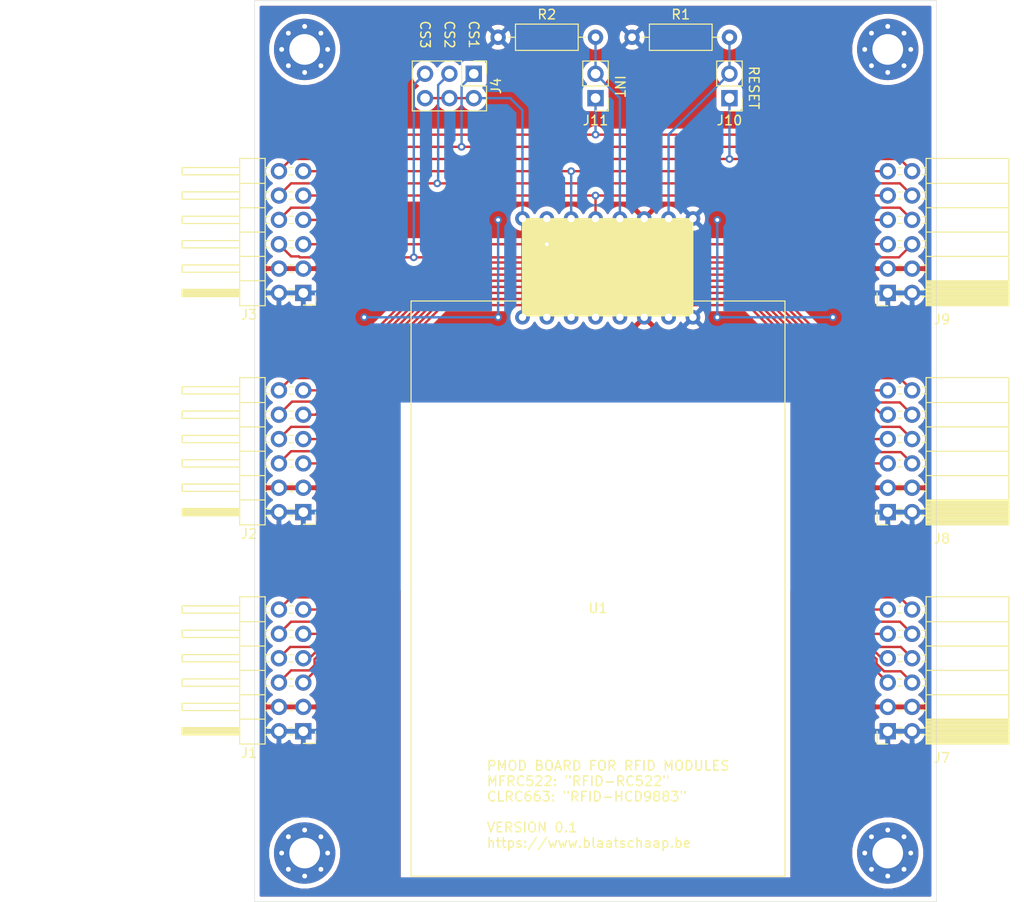
<source format=kicad_pcb>
(kicad_pcb (version 20171130) (host pcbnew 5.1.10)
  (layers (0 F.Cu signal) (31 B.Cu signal) (34 B.Paste user) (35 F.Paste user) (36 B.SilkS user) (37 F.SilkS user) (38 B.Mask user) (39 F.Mask user) (44 Edge.Cuts user))
  (net 0 "")
  (net 1 GND)
  (net 2 VCC)
  (net 3 PMOD_UART_INT)
  (net 4 PMOD_UART_CTS)
  (net 5 PMOD_UART_RESER)
  (net 6 PMOD_UART_TXD)
  (net 7 PMOD_UART_GPIO3)
  (net 8 PMOD_UART_RXD)
  (net 9 PMOD_UART_GPIO4)
  (net 10 PMOD_UART_RTS)
  (net 11 PMOD_SPI_INT)
  (net 12 PMOD_SPI_CS)
  (net 13 PMOD_SPI_RESET)
  (net 14 PMOD_SPI_MOSI)
  (net 15 PMOD_SPI_CS2)
  (net 16 PMOD_SPI_MISO)
  (net 17 PMOD_SPI_CS3)
  (net 18 PMOD_SPI_SCK)
  (net 19 PMOD_I2C_GPIO1)
  (net 20 PMOD_I2C_INT)
  (net 21 PMOD_I2C_GPIO2)
  (net 22 PMOD_I2C_RESET)
  (net 23 PMOD_I2C_GPIO3)
  (net 24 PMOD_I2C_SCL)
  (net 25 PMOD_I2C_GPIO4)
  (net 26 PMOD_I2C_SDA)
  (net 27 CS)
  (net 28 RESET)
  (net 29 INT)
  (module Resistor_THT:R_Axial_DIN0207_L6.3mm_D2.5mm_P10.16mm_Horizontal (layer F.Cu) (at 83.82 46.99)
    (fp_text reference R2 (at 5.08 -2.37) (layer F.SilkS))
    (fp_text value R_Small)
    (pad 2 thru_hole oval (at 10.16 0) (size 1.6 1.6) (drill 0.8) (layers *.Cu *.Mask) (net 29 INT))
    (pad 1 thru_hole circle (at 0 0) (size 1.6 1.6) (drill 0.8) (layers *.Cu *.Mask) (net 2 VCC))
  )
  (module Resistor_THT:R_Axial_DIN0207_L6.3mm_D2.5mm_P10.16mm_Horizontal (layer F.Cu) (at 97.79 46.99)
    (fp_text reference R1 (at 5.08 -2.37) (layer F.SilkS))
    (fp_text value R_Small)
    (pad 2 thru_hole oval (at 10.16 0) (size 1.6 1.6) (drill 0.8) (layers *.Cu *.Mask) (net 28 RESET))
    (pad 1 thru_hole circle (at 0 0) (size 1.6 1.6) (drill 0.8) (layers *.Cu *.Mask) (net 2 VCC))
  )
  (module AvS_Modules:MOD_RFID-RC522 (layer F.Cu) (at 94.24 104.5)
    (fp_text reference U1 (at 0 2.04) (layer F.SilkS))
    (fp_text value MOD_RFID-HCD9883)
    (pad "" np_thru_hole circle (at -13.9 23.5) (size 3.2 3.2) (drill 3.2) (layers *.Cu *.Mask))
    (pad "" np_thru_hole circle (at 13.9 23.5) (size 3.2 3.2) (drill 3.2) (layers *.Cu *.Mask))
    (pad "" np_thru_hole circle (at 12.5 -17.3) (size 3.2 3.2) (drill 3.2) (layers *.Cu *.Mask))
    (pad "" np_thru_hole circle (at -12.5 -17.3) (size 3.2 3.2) (drill 3.2) (layers *.Cu *.Mask))
    (pad 8 thru_hole circle (at -7.88 -38.6) (size 1.524 1.524) (drill 0.762) (layers *.Cu *.Mask) (net 27 CS))
    (pad 7 thru_hole circle (at -5.34 -38.6) (size 1.524 1.524) (drill 0.762) (layers *.Cu *.Mask) (net 18 PMOD_SPI_SCK))
    (pad 6 thru_hole circle (at -2.8 -38.6) (size 1.524 1.524) (drill 0.762) (layers *.Cu *.Mask) (net 14 PMOD_SPI_MOSI))
    (pad 5 thru_hole circle (at -0.26 -38.6) (size 1.524 1.524) (drill 0.762) (layers *.Cu *.Mask) (net 16 PMOD_SPI_MISO))
    (pad 4 thru_hole circle (at 2.28 -38.6) (size 1.524 1.524) (drill 0.762) (layers *.Cu *.Mask) (net 29 INT))
    (pad 3 thru_hole circle (at 4.82 -38.6) (size 1.524 1.524) (drill 0.762) (layers *.Cu *.Mask) (net 1 GND))
    (pad 2 thru_hole circle (at 7.36 -38.6) (size 1.524 1.524) (drill 0.762) (layers *.Cu *.Mask) (net 28 RESET))
    (pad 1 thru_hole circle (at 9.9 -38.6) (size 1.524 1.524) (drill 0.762) (layers *.Cu *.Mask) (net 2 VCC))
    (pad 8 thru_hole circle (at -7.88 -28.3) (size 1.524 1.524) (drill 0.762) (layers *.Cu *.Mask) (net 27 CS))
    (pad 7 thru_hole circle (at -5.34 -28.3) (size 1.524 1.524) (drill 0.762) (layers *.Cu *.Mask) (net 18 PMOD_SPI_SCK))
    (pad 6 thru_hole circle (at -2.8 -28.3) (size 1.524 1.524) (drill 0.762) (layers *.Cu *.Mask) (net 14 PMOD_SPI_MOSI))
    (pad 5 thru_hole circle (at -0.26 -28.3) (size 1.524 1.524) (drill 0.762) (layers *.Cu *.Mask) (net 16 PMOD_SPI_MISO))
    (pad 4 thru_hole circle (at 2.28 -28.3) (size 1.524 1.524) (drill 0.762) (layers *.Cu *.Mask) (net 29 INT))
    (pad 3 thru_hole circle (at 4.82 -28.3) (size 1.524 1.524) (drill 0.762) (layers *.Cu *.Mask) (net 1 GND))
    (pad 2 thru_hole circle (at 7.36 -28.3) (size 1.524 1.524) (drill 0.762) (layers *.Cu *.Mask) (net 28 RESET))
    (pad 1 thru_hole circle (at 9.9 -28.3) (size 1.524 1.524) (drill 0.762) (layers *.Cu *.Mask) (net 2 VCC))
  )
  (module Connector_PinHeader_2.54mm:PinHeader_2x06_P2.54mm_Horizontal (layer F.Cu) (at 63.5 119.38 180)
    (fp_text reference J1 (at 5.655 -2.27) (layer F.SilkS))
    (fp_text value Conn_02x06_Odd_Even)
    (pad 12 thru_hole oval (at 2.54 12.7 180) (size 1.7 1.7) (drill 1) (layers *.Cu *.Mask) (net 19 PMOD_I2C_GPIO1))
    (pad 11 thru_hole oval (at 0 12.7 180) (size 1.7 1.7) (drill 1) (layers *.Cu *.Mask) (net 20 PMOD_I2C_INT))
    (pad 10 thru_hole oval (at 2.54 10.16 180) (size 1.7 1.7) (drill 1) (layers *.Cu *.Mask) (net 21 PMOD_I2C_GPIO2))
    (pad 9 thru_hole oval (at 0 10.16 180) (size 1.7 1.7) (drill 1) (layers *.Cu *.Mask) (net 22 PMOD_I2C_RESET))
    (pad 8 thru_hole oval (at 2.54 7.62 180) (size 1.7 1.7) (drill 1) (layers *.Cu *.Mask) (net 23 PMOD_I2C_GPIO3))
    (pad 7 thru_hole oval (at 0 7.62 180) (size 1.7 1.7) (drill 1) (layers *.Cu *.Mask) (net 24 PMOD_I2C_SCL))
    (pad 6 thru_hole oval (at 2.54 5.08 180) (size 1.7 1.7) (drill 1) (layers *.Cu *.Mask) (net 25 PMOD_I2C_GPIO4))
    (pad 5 thru_hole oval (at 0 5.08 180) (size 1.7 1.7) (drill 1) (layers *.Cu *.Mask) (net 26 PMOD_I2C_SDA))
    (pad 4 thru_hole oval (at 2.54 2.54 180) (size 1.7 1.7) (drill 1) (layers *.Cu *.Mask) (net 1 GND))
    (pad 3 thru_hole oval (at 0 2.54 180) (size 1.7 1.7) (drill 1) (layers *.Cu *.Mask) (net 1 GND))
    (pad 2 thru_hole oval (at 2.54 0 180) (size 1.7 1.7) (drill 1) (layers *.Cu *.Mask) (net 2 VCC))
    (pad 1 thru_hole rect (at 0 0 180) (size 1.7 1.7) (drill 1) (layers *.Cu *.Mask) (net 2 VCC))
  )
  (module Connector_PinHeader_2.54mm:PinHeader_1x02_P2.54mm_Vertical (layer F.Cu) (at 93.98 53.34 180)
    (fp_text reference J11 (at 0 -2.33) (layer F.SilkS))
    (fp_text value Conn_02x01)
    (pad 2 thru_hole oval (at 0 2.54 180) (size 1.7 1.7) (drill 1) (layers *.Cu *.Mask) (net 29 INT))
    (pad 1 thru_hole rect (at 0 0 180) (size 1.7 1.7) (drill 1) (layers *.Cu *.Mask) (net 11 PMOD_SPI_INT))
  )
  (module Connector_PinHeader_2.54mm:PinHeader_1x02_P2.54mm_Vertical (layer F.Cu) (at 107.95 53.34 180)
    (fp_text reference J10 (at 0 -2.33) (layer F.SilkS))
    (fp_text value Conn_02x01)
    (pad 2 thru_hole oval (at 0 2.54 180) (size 1.7 1.7) (drill 1) (layers *.Cu *.Mask) (net 28 RESET))
    (pad 1 thru_hole rect (at 0 0 180) (size 1.7 1.7) (drill 1) (layers *.Cu *.Mask) (net 13 PMOD_SPI_RESET))
  )
  (module Connector_PinHeader_2.54mm:PinHeader_2x03_P2.54mm_Vertical (layer F.Cu) (at 81.28 50.8 270)
    (fp_text reference J4 (at 1.27 -2.33 90) (layer F.SilkS))
    (fp_text value Conn_02x03_Odd_Even)
    (pad 6 thru_hole oval (at 2.54 5.08 270) (size 1.7 1.7) (drill 1) (layers *.Cu *.Mask) (net 27 CS))
    (pad 5 thru_hole oval (at 0 5.08 270) (size 1.7 1.7) (drill 1) (layers *.Cu *.Mask) (net 17 PMOD_SPI_CS3))
    (pad 4 thru_hole oval (at 2.54 2.54 270) (size 1.7 1.7) (drill 1) (layers *.Cu *.Mask) (net 27 CS))
    (pad 3 thru_hole oval (at 0 2.54 270) (size 1.7 1.7) (drill 1) (layers *.Cu *.Mask) (net 15 PMOD_SPI_CS2))
    (pad 2 thru_hole oval (at 2.54 0 270) (size 1.7 1.7) (drill 1) (layers *.Cu *.Mask) (net 27 CS))
    (pad 1 thru_hole rect (at 0 0 270) (size 1.7 1.7) (drill 1) (layers *.Cu *.Mask) (net 12 PMOD_SPI_CS))
  )
  (module MountingHole:MountingHole_3.2mm_M3_Pad_Via (layer F.Cu) (at 124.46 132.08)
    (fp_text reference H4 hide)
    (fp_text value MountingHole)
    (pad 1 thru_hole circle (at 1.697056 -1.697056) (size 0.8 0.8) (drill 0.5) (layers *.Cu *.Mask))
    (pad 1 thru_hole circle (at 0 -2.4) (size 0.8 0.8) (drill 0.5) (layers *.Cu *.Mask))
    (pad 1 thru_hole circle (at -1.697056 -1.697056) (size 0.8 0.8) (drill 0.5) (layers *.Cu *.Mask))
    (pad 1 thru_hole circle (at -2.4 0) (size 0.8 0.8) (drill 0.5) (layers *.Cu *.Mask))
    (pad 1 thru_hole circle (at -1.697056 1.697056) (size 0.8 0.8) (drill 0.5) (layers *.Cu *.Mask))
    (pad 1 thru_hole circle (at 0 2.4) (size 0.8 0.8) (drill 0.5) (layers *.Cu *.Mask))
    (pad 1 thru_hole circle (at 1.697056 1.697056) (size 0.8 0.8) (drill 0.5) (layers *.Cu *.Mask))
    (pad 1 thru_hole circle (at 2.4 0) (size 0.8 0.8) (drill 0.5) (layers *.Cu *.Mask))
    (pad 1 thru_hole circle (at 0 0) (size 6.4 6.4) (drill 3.2) (layers *.Cu *.Mask))
  )
  (module MountingHole:MountingHole_3.2mm_M3_Pad_Via (layer F.Cu) (at 124.46 48.26)
    (fp_text reference H3 hide)
    (fp_text value MountingHole)
    (pad 1 thru_hole circle (at 1.697056 -1.697056) (size 0.8 0.8) (drill 0.5) (layers *.Cu *.Mask))
    (pad 1 thru_hole circle (at 0 -2.4) (size 0.8 0.8) (drill 0.5) (layers *.Cu *.Mask))
    (pad 1 thru_hole circle (at -1.697056 -1.697056) (size 0.8 0.8) (drill 0.5) (layers *.Cu *.Mask))
    (pad 1 thru_hole circle (at -2.4 0) (size 0.8 0.8) (drill 0.5) (layers *.Cu *.Mask))
    (pad 1 thru_hole circle (at -1.697056 1.697056) (size 0.8 0.8) (drill 0.5) (layers *.Cu *.Mask))
    (pad 1 thru_hole circle (at 0 2.4) (size 0.8 0.8) (drill 0.5) (layers *.Cu *.Mask))
    (pad 1 thru_hole circle (at 1.697056 1.697056) (size 0.8 0.8) (drill 0.5) (layers *.Cu *.Mask))
    (pad 1 thru_hole circle (at 2.4 0) (size 0.8 0.8) (drill 0.5) (layers *.Cu *.Mask))
    (pad 1 thru_hole circle (at 0 0) (size 6.4 6.4) (drill 3.2) (layers *.Cu *.Mask))
  )
  (module MountingHole:MountingHole_3.2mm_M3_Pad_Via (layer F.Cu) (at 63.64 132.08)
    (fp_text reference H2 hide)
    (fp_text value MountingHole)
    (pad 1 thru_hole circle (at 1.697056 -1.697056) (size 0.8 0.8) (drill 0.5) (layers *.Cu *.Mask))
    (pad 1 thru_hole circle (at 0 -2.4) (size 0.8 0.8) (drill 0.5) (layers *.Cu *.Mask))
    (pad 1 thru_hole circle (at -1.697056 -1.697056) (size 0.8 0.8) (drill 0.5) (layers *.Cu *.Mask))
    (pad 1 thru_hole circle (at -2.4 0) (size 0.8 0.8) (drill 0.5) (layers *.Cu *.Mask))
    (pad 1 thru_hole circle (at -1.697056 1.697056) (size 0.8 0.8) (drill 0.5) (layers *.Cu *.Mask))
    (pad 1 thru_hole circle (at 0 2.4) (size 0.8 0.8) (drill 0.5) (layers *.Cu *.Mask))
    (pad 1 thru_hole circle (at 1.697056 1.697056) (size 0.8 0.8) (drill 0.5) (layers *.Cu *.Mask))
    (pad 1 thru_hole circle (at 2.4 0) (size 0.8 0.8) (drill 0.5) (layers *.Cu *.Mask))
    (pad 1 thru_hole circle (at 0 0) (size 6.4 6.4) (drill 3.2) (layers *.Cu *.Mask))
  )
  (module MountingHole:MountingHole_3.2mm_M3_Pad_Via (layer F.Cu) (at 63.64 48.26)
    (fp_text reference H1 hide)
    (fp_text value MountingHole)
    (pad 1 thru_hole circle (at 1.697056 -1.697056) (size 0.8 0.8) (drill 0.5) (layers *.Cu *.Mask))
    (pad 1 thru_hole circle (at 0 -2.4) (size 0.8 0.8) (drill 0.5) (layers *.Cu *.Mask))
    (pad 1 thru_hole circle (at -1.697056 -1.697056) (size 0.8 0.8) (drill 0.5) (layers *.Cu *.Mask))
    (pad 1 thru_hole circle (at -2.4 0) (size 0.8 0.8) (drill 0.5) (layers *.Cu *.Mask))
    (pad 1 thru_hole circle (at -1.697056 1.697056) (size 0.8 0.8) (drill 0.5) (layers *.Cu *.Mask))
    (pad 1 thru_hole circle (at 0 2.4) (size 0.8 0.8) (drill 0.5) (layers *.Cu *.Mask))
    (pad 1 thru_hole circle (at 1.697056 1.697056) (size 0.8 0.8) (drill 0.5) (layers *.Cu *.Mask))
    (pad 1 thru_hole circle (at 2.4 0) (size 0.8 0.8) (drill 0.5) (layers *.Cu *.Mask))
    (pad 1 thru_hole circle (at 0 0) (size 6.4 6.4) (drill 3.2) (layers *.Cu *.Mask))
  )
  (module Connector_PinSocket_2.54mm:PinSocket_2x06_P2.54mm_Horizontal (layer F.Cu) (at 124.46 73.66 180)
    (fp_text reference J9 (at -5.65 -2.77) (layer F.SilkS))
    (fp_text value Conn_02x06_Odd_Even)
    (pad 12 thru_hole oval (at -2.54 12.7 180) (size 1.7 1.7) (drill 1) (layers *.Cu *.Mask) (net 11 PMOD_SPI_INT))
    (pad 11 thru_hole oval (at 0 12.7 180) (size 1.7 1.7) (drill 1) (layers *.Cu *.Mask) (net 12 PMOD_SPI_CS))
    (pad 10 thru_hole oval (at -2.54 10.16 180) (size 1.7 1.7) (drill 1) (layers *.Cu *.Mask) (net 13 PMOD_SPI_RESET))
    (pad 9 thru_hole oval (at 0 10.16 180) (size 1.7 1.7) (drill 1) (layers *.Cu *.Mask) (net 14 PMOD_SPI_MOSI))
    (pad 8 thru_hole oval (at -2.54 7.62 180) (size 1.7 1.7) (drill 1) (layers *.Cu *.Mask) (net 15 PMOD_SPI_CS2))
    (pad 7 thru_hole oval (at 0 7.62 180) (size 1.7 1.7) (drill 1) (layers *.Cu *.Mask) (net 16 PMOD_SPI_MISO))
    (pad 6 thru_hole oval (at -2.54 5.08 180) (size 1.7 1.7) (drill 1) (layers *.Cu *.Mask) (net 17 PMOD_SPI_CS3))
    (pad 5 thru_hole oval (at 0 5.08 180) (size 1.7 1.7) (drill 1) (layers *.Cu *.Mask) (net 18 PMOD_SPI_SCK))
    (pad 4 thru_hole oval (at -2.54 2.54 180) (size 1.7 1.7) (drill 1) (layers *.Cu *.Mask) (net 1 GND))
    (pad 3 thru_hole oval (at 0 2.54 180) (size 1.7 1.7) (drill 1) (layers *.Cu *.Mask) (net 1 GND))
    (pad 2 thru_hole oval (at -2.54 0 180) (size 1.7 1.7) (drill 1) (layers *.Cu *.Mask) (net 2 VCC))
    (pad 1 thru_hole rect (at 0 0 180) (size 1.7 1.7) (drill 1) (layers *.Cu *.Mask) (net 2 VCC))
  )
  (module Connector_PinSocket_2.54mm:PinSocket_2x06_P2.54mm_Horizontal (layer F.Cu) (at 124.46 96.52 180)
    (fp_text reference J8 (at -5.65 -2.77) (layer F.SilkS))
    (fp_text value Conn_02x06_Odd_Even)
    (pad 12 thru_hole oval (at -2.54 12.7 180) (size 1.7 1.7) (drill 1) (layers *.Cu *.Mask) (net 3 PMOD_UART_INT))
    (pad 11 thru_hole oval (at 0 12.7 180) (size 1.7 1.7) (drill 1) (layers *.Cu *.Mask) (net 4 PMOD_UART_CTS))
    (pad 10 thru_hole oval (at -2.54 10.16 180) (size 1.7 1.7) (drill 1) (layers *.Cu *.Mask) (net 5 PMOD_UART_RESER))
    (pad 9 thru_hole oval (at 0 10.16 180) (size 1.7 1.7) (drill 1) (layers *.Cu *.Mask) (net 6 PMOD_UART_TXD))
    (pad 8 thru_hole oval (at -2.54 7.62 180) (size 1.7 1.7) (drill 1) (layers *.Cu *.Mask) (net 7 PMOD_UART_GPIO3))
    (pad 7 thru_hole oval (at 0 7.62 180) (size 1.7 1.7) (drill 1) (layers *.Cu *.Mask) (net 8 PMOD_UART_RXD))
    (pad 6 thru_hole oval (at -2.54 5.08 180) (size 1.7 1.7) (drill 1) (layers *.Cu *.Mask) (net 9 PMOD_UART_GPIO4))
    (pad 5 thru_hole oval (at 0 5.08 180) (size 1.7 1.7) (drill 1) (layers *.Cu *.Mask) (net 10 PMOD_UART_RTS))
    (pad 4 thru_hole oval (at -2.54 2.54 180) (size 1.7 1.7) (drill 1) (layers *.Cu *.Mask) (net 1 GND))
    (pad 3 thru_hole oval (at 0 2.54 180) (size 1.7 1.7) (drill 1) (layers *.Cu *.Mask) (net 1 GND))
    (pad 2 thru_hole oval (at -2.54 0 180) (size 1.7 1.7) (drill 1) (layers *.Cu *.Mask) (net 2 VCC))
    (pad 1 thru_hole rect (at 0 0 180) (size 1.7 1.7) (drill 1) (layers *.Cu *.Mask) (net 2 VCC))
  )
  (module Connector_PinSocket_2.54mm:PinSocket_2x06_P2.54mm_Horizontal (layer F.Cu) (at 124.46 119.38 180)
    (fp_text reference J7 (at -5.65 -2.77) (layer F.SilkS))
    (fp_text value Conn_02x06_Odd_Even)
    (pad 12 thru_hole oval (at -2.54 12.7 180) (size 1.7 1.7) (drill 1) (layers *.Cu *.Mask) (net 19 PMOD_I2C_GPIO1))
    (pad 11 thru_hole oval (at 0 12.7 180) (size 1.7 1.7) (drill 1) (layers *.Cu *.Mask) (net 20 PMOD_I2C_INT))
    (pad 10 thru_hole oval (at -2.54 10.16 180) (size 1.7 1.7) (drill 1) (layers *.Cu *.Mask) (net 21 PMOD_I2C_GPIO2))
    (pad 9 thru_hole oval (at 0 10.16 180) (size 1.7 1.7) (drill 1) (layers *.Cu *.Mask) (net 22 PMOD_I2C_RESET))
    (pad 8 thru_hole oval (at -2.54 7.62 180) (size 1.7 1.7) (drill 1) (layers *.Cu *.Mask) (net 23 PMOD_I2C_GPIO3))
    (pad 7 thru_hole oval (at 0 7.62 180) (size 1.7 1.7) (drill 1) (layers *.Cu *.Mask) (net 24 PMOD_I2C_SCL))
    (pad 6 thru_hole oval (at -2.54 5.08 180) (size 1.7 1.7) (drill 1) (layers *.Cu *.Mask) (net 25 PMOD_I2C_GPIO4))
    (pad 5 thru_hole oval (at 0 5.08 180) (size 1.7 1.7) (drill 1) (layers *.Cu *.Mask) (net 26 PMOD_I2C_SDA))
    (pad 4 thru_hole oval (at -2.54 2.54 180) (size 1.7 1.7) (drill 1) (layers *.Cu *.Mask) (net 1 GND))
    (pad 3 thru_hole oval (at 0 2.54 180) (size 1.7 1.7) (drill 1) (layers *.Cu *.Mask) (net 1 GND))
    (pad 2 thru_hole oval (at -2.54 0 180) (size 1.7 1.7) (drill 1) (layers *.Cu *.Mask) (net 2 VCC))
    (pad 1 thru_hole rect (at 0 0 180) (size 1.7 1.7) (drill 1) (layers *.Cu *.Mask) (net 2 VCC))
  )
  (module Connector_PinHeader_2.54mm:PinHeader_2x06_P2.54mm_Horizontal (layer F.Cu) (at 63.5 73.66 180)
    (fp_text reference J3 (at 5.655 -2.27) (layer F.SilkS))
    (fp_text value Conn_02x06_Odd_Even)
    (pad 12 thru_hole oval (at 2.54 12.7 180) (size 1.7 1.7) (drill 1) (layers *.Cu *.Mask) (net 11 PMOD_SPI_INT))
    (pad 11 thru_hole oval (at 0 12.7 180) (size 1.7 1.7) (drill 1) (layers *.Cu *.Mask) (net 12 PMOD_SPI_CS))
    (pad 10 thru_hole oval (at 2.54 10.16 180) (size 1.7 1.7) (drill 1) (layers *.Cu *.Mask) (net 13 PMOD_SPI_RESET))
    (pad 9 thru_hole oval (at 0 10.16 180) (size 1.7 1.7) (drill 1) (layers *.Cu *.Mask) (net 14 PMOD_SPI_MOSI))
    (pad 8 thru_hole oval (at 2.54 7.62 180) (size 1.7 1.7) (drill 1) (layers *.Cu *.Mask) (net 15 PMOD_SPI_CS2))
    (pad 7 thru_hole oval (at 0 7.62 180) (size 1.7 1.7) (drill 1) (layers *.Cu *.Mask) (net 16 PMOD_SPI_MISO))
    (pad 6 thru_hole oval (at 2.54 5.08 180) (size 1.7 1.7) (drill 1) (layers *.Cu *.Mask) (net 17 PMOD_SPI_CS3))
    (pad 5 thru_hole oval (at 0 5.08 180) (size 1.7 1.7) (drill 1) (layers *.Cu *.Mask) (net 18 PMOD_SPI_SCK))
    (pad 4 thru_hole oval (at 2.54 2.54 180) (size 1.7 1.7) (drill 1) (layers *.Cu *.Mask) (net 1 GND))
    (pad 3 thru_hole oval (at 0 2.54 180) (size 1.7 1.7) (drill 1) (layers *.Cu *.Mask) (net 1 GND))
    (pad 2 thru_hole oval (at 2.54 0 180) (size 1.7 1.7) (drill 1) (layers *.Cu *.Mask) (net 2 VCC))
    (pad 1 thru_hole rect (at 0 0 180) (size 1.7 1.7) (drill 1) (layers *.Cu *.Mask) (net 2 VCC))
  )
  (module Connector_PinHeader_2.54mm:PinHeader_2x06_P2.54mm_Horizontal (layer F.Cu) (at 63.5 96.52 180)
    (fp_text reference J2 (at 5.655 -2.27) (layer F.SilkS))
    (fp_text value Conn_02x06_Odd_Even)
    (pad 12 thru_hole oval (at 2.54 12.7 180) (size 1.7 1.7) (drill 1) (layers *.Cu *.Mask) (net 3 PMOD_UART_INT))
    (pad 11 thru_hole oval (at 0 12.7 180) (size 1.7 1.7) (drill 1) (layers *.Cu *.Mask) (net 4 PMOD_UART_CTS))
    (pad 10 thru_hole oval (at 2.54 10.16 180) (size 1.7 1.7) (drill 1) (layers *.Cu *.Mask) (net 5 PMOD_UART_RESER))
    (pad 9 thru_hole oval (at 0 10.16 180) (size 1.7 1.7) (drill 1) (layers *.Cu *.Mask) (net 6 PMOD_UART_TXD))
    (pad 8 thru_hole oval (at 2.54 7.62 180) (size 1.7 1.7) (drill 1) (layers *.Cu *.Mask) (net 7 PMOD_UART_GPIO3))
    (pad 7 thru_hole oval (at 0 7.62 180) (size 1.7 1.7) (drill 1) (layers *.Cu *.Mask) (net 8 PMOD_UART_RXD))
    (pad 6 thru_hole oval (at 2.54 5.08 180) (size 1.7 1.7) (drill 1) (layers *.Cu *.Mask) (net 9 PMOD_UART_GPIO4))
    (pad 5 thru_hole oval (at 0 5.08 180) (size 1.7 1.7) (drill 1) (layers *.Cu *.Mask) (net 10 PMOD_UART_RTS))
    (pad 4 thru_hole oval (at 2.54 2.54 180) (size 1.7 1.7) (drill 1) (layers *.Cu *.Mask) (net 1 GND))
    (pad 3 thru_hole oval (at 0 2.54 180) (size 1.7 1.7) (drill 1) (layers *.Cu *.Mask) (net 1 GND))
    (pad 2 thru_hole oval (at 2.54 0 180) (size 1.7 1.7) (drill 1) (layers *.Cu *.Mask) (net 2 VCC))
    (pad 1 thru_hole rect (at 0 0 180) (size 1.7 1.7) (drill 1) (layers *.Cu *.Mask) (net 2 VCC))
  )
  (gr_text RESET (at 110.49 54.61 -90) (layer F.SilkS) (effects (font (size 1 1)) (justify right)))
  (gr_text INT (at 96.52 53.34 -90) (layer F.SilkS) (effects (font (size 1 1)) (justify right)))
  (gr_text CS1 (at 81.28 48.26 -90) (layer F.SilkS) (effects (font (size 1 1)) (justify right)))
  (gr_text CS2 (at 78.74 48.26 -90) (layer F.SilkS) (effects (font (size 1 1)) (justify right)))
  (gr_text CS3 (at 76.2 48.26 -90) (layer F.SilkS) (effects (font (size 1 1)) (justify right)))
  (gr_text "PMOD BOARD FOR RFID MODULES\nMFRC522: \"RFID-RC522\"    \nCLRC663: \"RFID-HCD9883\"    \n\nVERSION 0.1\nhttps://www.blaatschaap.be" (at 82.55 127) (layer F.SilkS) (effects (font (size 1 1)) (justify left)))
  (gr_line (start 58.42 43.18) (end 129.54 43.18) (layer Edge.Cuts) (width 0.05))
  (gr_line (start 129.54 137.16) (end 58.42 137.16) (layer Edge.Cuts) (width 0.05))
  (gr_line (start 129.54 43.18) (end 129.54 137.16) (layer Edge.Cuts) (width 0.05))
  (gr_line (start 58.42 43.18) (end 58.42 137.16) (layer Edge.Cuts) (width 0.05))
  (segment (start 99.06 65.9) (end 99.06 76.2) (width 0.25) (layer B.Cu) (net 1))
  (via (at 106.68 66.04) (size 0.8) (drill 0.4) (layers F.Cu B.Cu) (net 1))
  (via (at 83.82 66.04) (size 0.8) (drill 0.4) (layers F.Cu B.Cu) (net 1))
  (via (at 106.68 76.2) (size 0.8) (drill 0.4) (layers F.Cu B.Cu) (net 1))
  (via (at 83.82 76.2) (size 0.8) (drill 0.4) (layers F.Cu B.Cu) (net 1))
  (segment (start 83.82 76.2) (end 83.82 71.12) (width 0.25) (layer B.Cu) (net 1))
  (segment (start 83.82 71.12) (end 83.82 66.04) (width 0.25) (layer B.Cu) (net 1))
  (segment (start 106.68 76.2) (end 106.68 71.12) (width 0.25) (layer B.Cu) (net 1))
  (segment (start 106.68 71.12) (end 106.68 66.04) (width 0.25) (layer B.Cu) (net 1))
  (via (at 118.745 76.2) (size 0.8) (drill 0.4) (layers F.Cu B.Cu) (net 1))
  (via (at 69.85 76.2) (size 0.8) (drill 0.4) (layers F.Cu B.Cu) (net 1))
  (segment (start 83.82 76.2) (end 69.85 76.2) (width 0.25) (layer B.Cu) (net 1))
  (segment (start 106.68 76.2) (end 118.745 76.2) (width 0.25) (layer B.Cu) (net 1))
  (segment (start 125.73 82.55) (end 127 83.82) (width 0.25) (layer F.Cu) (net 3))
  (segment (start 121.94115 82.55) (end 125.73 82.55) (width 0.25) (layer F.Cu) (net 3))
  (segment (start 109.855 70.485) (end 110.03999 70.66999) (width 0.25) (layer F.Cu) (net 3))
  (segment (start 78.08385 70.485) (end 109.855 70.485) (width 0.25) (layer F.Cu) (net 3))
  (segment (start 110.061141 70.669991) (end 121.94115 82.55) (width 0.25) (layer F.Cu) (net 3))
  (segment (start 66.029425 82.539425) (end 78.08385 70.485) (width 0.25) (layer F.Cu) (net 3))
  (segment (start 110.03999 70.66999) (end 110.061141 70.669991) (width 0.25) (layer F.Cu) (net 3))
  (segment (start 62.240575 82.539425) (end 66.029425 82.539425) (width 0.25) (layer F.Cu) (net 3))
  (segment (start 60.96 83.82) (end 62.240575 82.539425) (width 0.25) (layer F.Cu) (net 3))
  (segment (start 65.38526 83.82) (end 63.5 83.82) (width 0.25) (layer F.Cu) (net 4))
  (segment (start 77.900269 71.304991) (end 65.38526 83.82) (width 0.25) (layer F.Cu) (net 4))
  (segment (start 78.105 71.12) (end 77.920009 71.304991) (width 0.25) (layer F.Cu) (net 4))
  (segment (start 109.87474 71.12) (end 78.105 71.12) (width 0.25) (layer F.Cu) (net 4))
  (segment (start 77.920009 71.304991) (end 77.900269 71.304991) (width 0.25) (layer F.Cu) (net 4))
  (segment (start 122.57474 83.82) (end 109.87474 71.12) (width 0.25) (layer F.Cu) (net 4))
  (segment (start 124.46 83.82) (end 122.57474 83.82) (width 0.25) (layer F.Cu) (net 4))
  (segment (start 125.720835 85.080835) (end 127 86.36) (width 0.25) (layer F.Cu) (net 5))
  (segment (start 123.199165 85.080835) (end 125.720835 85.080835) (width 0.25) (layer F.Cu) (net 5))
  (segment (start 110.03999 71.93999) (end 110.058321 71.939991) (width 0.25) (layer F.Cu) (net 5))
  (segment (start 110.058321 71.939991) (end 123.199165 85.080835) (width 0.25) (layer F.Cu) (net 5))
  (segment (start 109.855 71.755) (end 110.03999 71.93999) (width 0.25) (layer F.Cu) (net 5))
  (segment (start 78.08667 71.755) (end 109.855 71.755) (width 0.25) (layer F.Cu) (net 5))
  (segment (start 64.846669 84.995001) (end 78.08667 71.755) (width 0.25) (layer F.Cu) (net 5))
  (segment (start 62.324999 84.995001) (end 64.846669 84.995001) (width 0.25) (layer F.Cu) (net 5))
  (segment (start 60.96 86.36) (end 62.324999 84.995001) (width 0.25) (layer F.Cu) (net 5))
  (segment (start 78.08808 72.39) (end 109.87192 72.39) (width 0.25) (layer F.Cu) (net 6))
  (segment (start 65.405 85.07308) (end 78.08808 72.39) (width 0.25) (layer F.Cu) (net 6))
  (segment (start 109.87192 72.39) (end 123.84192 86.36) (width 0.25) (layer F.Cu) (net 6))
  (segment (start 65.405 85.725) (end 65.405 85.07308) (width 0.25) (layer F.Cu) (net 6))
  (segment (start 123.84192 86.36) (end 124.46 86.36) (width 0.25) (layer F.Cu) (net 6))
  (segment (start 64.77 86.36) (end 65.405 85.725) (width 0.25) (layer F.Cu) (net 6))
  (segment (start 63.5 86.36) (end 64.77 86.36) (width 0.25) (layer F.Cu) (net 6))
  (segment (start 60.96 88.9) (end 62.23 87.63) (width 0.25) (layer F.Cu) (net 7))
  (segment (start 62.23 87.63) (end 65.405 87.63) (width 0.25) (layer F.Cu) (net 7))
  (segment (start 65.405 87.63) (end 66.04 86.995) (width 0.25) (layer F.Cu) (net 7))
  (segment (start 66.04 86.995) (end 66.04 85.07449) (width 0.25) (layer F.Cu) (net 7))
  (segment (start 66.04 85.07449) (end 66.224991 84.889499) (width 0.25) (layer F.Cu) (net 7))
  (segment (start 66.224991 84.889499) (end 66.667245 84.447245) (width 0.25) (layer F.Cu) (net 7))
  (segment (start 77.904499 73.209991) (end 77.920009 73.209991) (width 0.25) (layer F.Cu) (net 7))
  (segment (start 66.667245 84.447245) (end 77.904499 73.209991) (width 0.25) (layer F.Cu) (net 7))
  (segment (start 77.920009 73.209991) (end 78.105 73.025) (width 0.25) (layer F.Cu) (net 7))
  (segment (start 127 88.9) (end 125.73 87.63) (width 0.25) (layer F.Cu) (net 7))
  (segment (start 125.73 87.63) (end 122.555 87.63) (width 0.25) (layer F.Cu) (net 7))
  (segment (start 122.555 87.63) (end 121.92 86.995) (width 0.25) (layer F.Cu) (net 7))
  (segment (start 121.92 86.995) (end 121.92 85.09) (width 0.25) (layer F.Cu) (net 7))
  (segment (start 121.735009 84.889499) (end 109.87051 73.025) (width 0.25) (layer F.Cu) (net 7))
  (segment (start 121.73501 84.90501) (end 121.735009 84.889499) (width 0.25) (layer F.Cu) (net 7))
  (segment (start 121.92 85.09) (end 121.73501 84.90501) (width 0.25) (layer F.Cu) (net 7))
  (segment (start 109.87051 73.025) (end 80.01 73.025) (width 0.25) (layer F.Cu) (net 7))
  (segment (start 80.01 73.025) (end 80.645 73.025) (width 0.25) (layer F.Cu) (net 7))
  (segment (start 78.105 73.025) (end 80.01 73.025) (width 0.25) (layer F.Cu) (net 7))
  (segment (start 121.285 88.265) (end 121.92 88.9) (width 0.25) (layer F.Cu) (net 8))
  (segment (start 121.285 85.0759) (end 121.285 88.265) (width 0.25) (layer F.Cu) (net 8))
  (segment (start 109.855 73.66) (end 110.03999 73.84499) (width 0.25) (layer F.Cu) (net 8))
  (segment (start 78.0909 73.66) (end 109.855 73.66) (width 0.25) (layer F.Cu) (net 8))
  (segment (start 66.675 85.0759) (end 78.0909 73.66) (width 0.25) (layer F.Cu) (net 8))
  (segment (start 121.92 88.9) (end 124.46 88.9) (width 0.25) (layer F.Cu) (net 8))
  (segment (start 110.054091 73.844991) (end 121.285 85.0759) (width 0.25) (layer F.Cu) (net 8))
  (segment (start 110.03999 73.84499) (end 110.054091 73.844991) (width 0.25) (layer F.Cu) (net 8))
  (segment (start 66.675 88.265) (end 66.675 85.0759) (width 0.25) (layer F.Cu) (net 8))
  (segment (start 66.04 88.9) (end 66.675 88.265) (width 0.25) (layer F.Cu) (net 8))
  (segment (start 63.5 88.9) (end 66.04 88.9) (width 0.25) (layer F.Cu) (net 8))
  (segment (start 66.675 90.17) (end 62.23 90.17) (width 0.25) (layer F.Cu) (net 9))
  (segment (start 120.65 85.09) (end 120.46501 84.90501) (width 0.25) (layer F.Cu) (net 9))
  (segment (start 127 91.44) (end 125.824999 90.264999) (width 0.25) (layer F.Cu) (net 9))
  (segment (start 121.379999 90.264999) (end 120.65 89.535) (width 0.25) (layer F.Cu) (net 9))
  (segment (start 62.23 90.17) (end 60.96 91.44) (width 0.25) (layer F.Cu) (net 9))
  (segment (start 120.65 89.535) (end 120.65 85.09) (width 0.25) (layer F.Cu) (net 9))
  (segment (start 120.465009 84.892319) (end 109.86769 74.295) (width 0.25) (layer F.Cu) (net 9))
  (segment (start 109.86769 74.295) (end 78.09231 74.295) (width 0.25) (layer F.Cu) (net 9))
  (segment (start 67.49499 84.90501) (end 67.31 85.09) (width 0.25) (layer F.Cu) (net 9))
  (segment (start 78.09231 74.295) (end 67.494991 84.892319) (width 0.25) (layer F.Cu) (net 9))
  (segment (start 125.824999 90.264999) (end 121.379999 90.264999) (width 0.25) (layer F.Cu) (net 9))
  (segment (start 67.494991 84.892319) (end 67.49499 84.90501) (width 0.25) (layer F.Cu) (net 9))
  (segment (start 67.31 85.09) (end 67.31 89.535) (width 0.25) (layer F.Cu) (net 9))
  (segment (start 120.46501 84.90501) (end 120.465009 84.892319) (width 0.25) (layer F.Cu) (net 9))
  (segment (start 67.31 89.535) (end 66.675 90.17) (width 0.25) (layer F.Cu) (net 9))
  (segment (start 63.5 91.44) (end 66.675 91.44) (width 0.25) (layer F.Cu) (net 10))
  (segment (start 66.675 91.44) (end 67.945 90.17) (width 0.25) (layer F.Cu) (net 10))
  (segment (start 67.945 85.07872) (end 78.09372 74.93) (width 0.25) (layer F.Cu) (net 10))
  (segment (start 67.945 90.17) (end 67.945 85.07872) (width 0.25) (layer F.Cu) (net 10))
  (segment (start 78.09372 74.93) (end 80.645 74.93) (width 0.25) (layer F.Cu) (net 10))
  (segment (start 80.645 74.93) (end 80.01 74.93) (width 0.25) (layer F.Cu) (net 10))
  (segment (start 80.645 74.93) (end 109.86628 74.93) (width 0.25) (layer F.Cu) (net 10))
  (segment (start 109.86628 74.93) (end 120.015 85.07872) (width 0.25) (layer F.Cu) (net 10))
  (segment (start 120.015 85.07872) (end 120.015 90.805) (width 0.25) (layer F.Cu) (net 10))
  (segment (start 120.65 91.44) (end 124.46 91.44) (width 0.25) (layer F.Cu) (net 10))
  (segment (start 120.015 90.805) (end 120.65 91.44) (width 0.25) (layer F.Cu) (net 10))
  (segment (start 119.38 59.69) (end 125.73 59.69) (width 0.25) (layer F.Cu) (net 11))
  (segment (start 116.84 57.15) (end 119.38 59.69) (width 0.25) (layer F.Cu) (net 11))
  (segment (start 125.73 59.69) (end 127 60.96) (width 0.25) (layer F.Cu) (net 11))
  (segment (start 67.31 59.69) (end 69.85 57.15) (width 0.25) (layer F.Cu) (net 11))
  (segment (start 62.23 59.69) (end 67.31 59.69) (width 0.25) (layer F.Cu) (net 11))
  (segment (start 60.96 60.96) (end 62.23 59.69) (width 0.25) (layer F.Cu) (net 11))
  (via (at 93.98 57.15) (size 0.8) (drill 0.4) (layers F.Cu B.Cu) (net 11))
  (segment (start 93.98 53.34) (end 93.98 57.15) (width 0.25) (layer B.Cu) (net 11))
  (segment (start 93.98 57.15) (end 116.84 57.15) (width 0.25) (layer F.Cu) (net 11))
  (segment (start 69.85 57.15) (end 93.98 57.15) (width 0.25) (layer F.Cu) (net 11))
  (segment (start 63.5 60.96) (end 67.31 60.96) (width 0.25) (layer F.Cu) (net 12))
  (segment (start 124.46 60.96) (end 119.38 60.96) (width 0.25) (layer F.Cu) (net 12))
  (segment (start 119.38 60.96) (end 116.84 58.42) (width 0.25) (layer F.Cu) (net 12))
  (segment (start 67.31 60.96) (end 69.85 58.42) (width 0.25) (layer F.Cu) (net 12))
  (segment (start 69.85 58.42) (end 73.66 58.42) (width 0.25) (layer F.Cu) (net 12))
  (via (at 80.01 58.42) (size 0.8) (drill 0.4) (layers F.Cu B.Cu) (net 12))
  (segment (start 80.01 52.07) (end 80.01 58.42) (width 0.25) (layer B.Cu) (net 12))
  (segment (start 81.28 50.8) (end 80.01 52.07) (width 0.25) (layer B.Cu) (net 12))
  (segment (start 80.01 58.42) (end 73.66 58.42) (width 0.25) (layer F.Cu) (net 12))
  (segment (start 116.84 58.42) (end 80.01 58.42) (width 0.25) (layer F.Cu) (net 12))
  (segment (start 125.73 62.23) (end 127 63.5) (width 0.25) (layer F.Cu) (net 13))
  (segment (start 119.38 62.23) (end 125.73 62.23) (width 0.25) (layer F.Cu) (net 13))
  (segment (start 116.84 59.69) (end 119.38 62.23) (width 0.25) (layer F.Cu) (net 13))
  (segment (start 67.31 62.23) (end 69.85 59.69) (width 0.25) (layer F.Cu) (net 13))
  (segment (start 62.23 62.23) (end 67.31 62.23) (width 0.25) (layer F.Cu) (net 13))
  (segment (start 60.96 63.5) (end 62.23 62.23) (width 0.25) (layer F.Cu) (net 13))
  (segment (start 107.95 53.34) (end 107.95 59.69) (width 0.25) (layer B.Cu) (net 13))
  (segment (start 107.95 59.69) (end 116.84 59.69) (width 0.25) (layer F.Cu) (net 13))
  (via (at 107.95 59.69) (size 0.8) (drill 0.4) (layers F.Cu B.Cu) (net 13))
  (segment (start 69.85 59.69) (end 107.95 59.69) (width 0.25) (layer F.Cu) (net 13))
  (segment (start 63.5 63.5) (end 67.31 63.5) (width 0.25) (layer F.Cu) (net 14))
  (segment (start 67.31 63.5) (end 69.85 60.96) (width 0.25) (layer F.Cu) (net 14))
  (segment (start 69.85 60.96) (end 73.66 60.96) (width 0.25) (layer F.Cu) (net 14))
  (segment (start 124.46 63.5) (end 119.38 63.5) (width 0.25) (layer F.Cu) (net 14))
  (segment (start 119.38 63.5) (end 116.84 60.96) (width 0.25) (layer F.Cu) (net 14))
  (segment (start 116.84 60.96) (end 73.66 60.96) (width 0.25) (layer F.Cu) (net 14))
  (via (at 91.44 60.96) (size 0.8) (drill 0.4) (layers F.Cu B.Cu) (net 14))
  (segment (start 91.44 65.9) (end 91.44 60.96) (width 0.25) (layer B.Cu) (net 14))
  (segment (start 91.44 65.9) (end 91.44 76.2) (width 0.25) (layer B.Cu) (net 14))
  (segment (start 125.73 64.77) (end 127 66.04) (width 0.25) (layer F.Cu) (net 15))
  (segment (start 119.38 64.77) (end 125.73 64.77) (width 0.25) (layer F.Cu) (net 15))
  (segment (start 116.84 62.23) (end 119.38 64.77) (width 0.25) (layer F.Cu) (net 15))
  (segment (start 67.31 64.77) (end 69.85 62.23) (width 0.25) (layer F.Cu) (net 15))
  (segment (start 62.23 64.77) (end 67.31 64.77) (width 0.25) (layer F.Cu) (net 15))
  (segment (start 60.96 66.04) (end 62.23 64.77) (width 0.25) (layer F.Cu) (net 15))
  (via (at 77.47 62.23) (size 0.8) (drill 0.4) (layers F.Cu B.Cu) (net 15))
  (segment (start 77.564999 62.135001) (end 77.47 62.23) (width 0.25) (layer B.Cu) (net 15))
  (segment (start 77.564999 51.975001) (end 77.564999 62.135001) (width 0.25) (layer B.Cu) (net 15))
  (segment (start 78.74 50.8) (end 77.564999 51.975001) (width 0.25) (layer B.Cu) (net 15))
  (segment (start 77.47 62.23) (end 116.84 62.23) (width 0.25) (layer F.Cu) (net 15))
  (segment (start 69.85 62.23) (end 77.47 62.23) (width 0.25) (layer F.Cu) (net 15))
  (segment (start 67.31 66.04) (end 63.5 66.04) (width 0.25) (layer F.Cu) (net 16))
  (segment (start 69.85 63.5) (end 67.31 66.04) (width 0.25) (layer F.Cu) (net 16))
  (segment (start 116.84 63.5) (end 69.85 63.5) (width 0.25) (layer F.Cu) (net 16))
  (segment (start 119.38 66.04) (end 116.84 63.5) (width 0.25) (layer F.Cu) (net 16))
  (segment (start 124.46 66.04) (end 119.38 66.04) (width 0.25) (layer F.Cu) (net 16))
  (via (at 93.98 63.5) (size 0.8) (drill 0.4) (layers F.Cu B.Cu) (net 16))
  (segment (start 93.98 65.9) (end 93.98 63.5) (width 0.25) (layer F.Cu) (net 16))
  (segment (start 93.98 65.9) (end 93.98 76.2) (width 0.25) (layer B.Cu) (net 16))
  (segment (start 63.030998 69.85) (end 62.23 69.85) (width 0.25) (layer F.Cu) (net 17))
  (segment (start 63.125997 69.944999) (end 63.030998 69.85) (width 0.25) (layer F.Cu) (net 17))
  (segment (start 62.23 69.85) (end 60.96 68.58) (width 0.25) (layer F.Cu) (net 17))
  (segment (start 127 68.58) (end 125.635001 69.944999) (width 0.25) (layer F.Cu) (net 17))
  (via (at 75.024999 69.944999) (size 0.8) (drill 0.4) (layers F.Cu B.Cu) (net 17))
  (segment (start 75.024999 51.975001) (end 75.024999 69.944999) (width 0.25) (layer B.Cu) (net 17))
  (segment (start 75.024999 69.944999) (end 63.125997 69.944999) (width 0.25) (layer F.Cu) (net 17))
  (segment (start 76.2 50.8) (end 75.024999 51.975001) (width 0.25) (layer B.Cu) (net 17))
  (segment (start 125.635001 69.944999) (end 75.024999 69.944999) (width 0.25) (layer F.Cu) (net 17))
  (via (at 88.9 68.58) (size 0.8) (drill 0.4) (layers F.Cu B.Cu) (net 18))
  (segment (start 88.9 65.9) (end 88.9 68.58) (width 0.25) (layer B.Cu) (net 18))
  (segment (start 88.9 68.58) (end 124.46 68.58) (width 0.25) (layer F.Cu) (net 18))
  (segment (start 63.5 68.58) (end 88.9 68.58) (width 0.25) (layer F.Cu) (net 18))
  (segment (start 88.9 68.58) (end 88.9 76.2) (width 0.25) (layer B.Cu) (net 18))
  (segment (start 127 106.68) (end 125.72859 105.40859) (width 0.25) (layer F.Cu) (net 19))
  (segment (start 125.72859 105.40859) (end 120.65141 105.40859) (width 0.25) (layer F.Cu) (net 19))
  (segment (start 120.65141 105.40859) (end 119.38 104.13718) (width 0.25) (layer F.Cu) (net 19))
  (segment (start 119.38 104.13718) (end 119.38 102.87) (width 0.25) (layer F.Cu) (net 19))
  (segment (start 119.38 102.87) (end 119.38 85.09) (width 0.25) (layer F.Cu) (net 19))
  (segment (start 119.38 85.08013) (end 114.49486 80.19499) (width 0.25) (layer F.Cu) (net 19))
  (segment (start 119.38 85.09) (end 119.38 85.08013) (width 0.25) (layer F.Cu) (net 19))
  (segment (start 114.30987 80.01) (end 114.622435 80.322565) (width 0.25) (layer F.Cu) (net 19))
  (segment (start 73.65013 80.01) (end 114.30987 80.01) (width 0.25) (layer F.Cu) (net 19))
  (segment (start 62.23 105.41) (end 67.30718 105.41) (width 0.25) (layer F.Cu) (net 19))
  (segment (start 68.58 104.13718) (end 68.58 85.08013) (width 0.25) (layer F.Cu) (net 19))
  (segment (start 67.30718 105.41) (end 68.58 104.13718) (width 0.25) (layer F.Cu) (net 19))
  (segment (start 60.96 106.68) (end 62.23 105.41) (width 0.25) (layer F.Cu) (net 19))
  (segment (start 114.622435 80.322565) (end 114.49486 80.19499) (width 0.25) (layer F.Cu) (net 19))
  (segment (start 68.58 85.08013) (end 73.65013 80.01) (width 0.25) (layer F.Cu) (net 19))
  (segment (start 119.195715 84.895845) (end 114.622435 80.322565) (width 0.25) (layer F.Cu) (net 19))
  (segment (start 124.46 106.68) (end 121.28641 106.68) (width 0.25) (layer F.Cu) (net 20))
  (segment (start 121.28641 106.68) (end 118.745705 104.139295) (width 0.25) (layer F.Cu) (net 20))
  (segment (start 118.745705 104.139295) (end 118.745 104.13859) (width 0.25) (layer F.Cu) (net 20))
  (segment (start 67.30718 106.045) (end 66.67218 106.68) (width 0.25) (layer F.Cu) (net 20))
  (segment (start 67.30859 106.045) (end 67.30718 106.045) (width 0.25) (layer F.Cu) (net 20))
  (segment (start 66.67218 106.68) (end 63.5 106.68) (width 0.25) (layer F.Cu) (net 20))
  (segment (start 69.215 85.09) (end 69.215 104.13859) (width 0.25) (layer F.Cu) (net 20))
  (segment (start 69.215 104.13859) (end 67.30859 106.045) (width 0.25) (layer F.Cu) (net 20))
  (segment (start 69.399991 84.896549) (end 69.39999 84.90501) (width 0.25) (layer F.Cu) (net 20))
  (segment (start 69.39999 84.90501) (end 69.215 85.09) (width 0.25) (layer F.Cu) (net 20))
  (segment (start 114.30846 80.645) (end 73.65154 80.645) (width 0.25) (layer F.Cu) (net 20))
  (segment (start 73.65154 80.645) (end 69.399991 84.896549) (width 0.25) (layer F.Cu) (net 20))
  (segment (start 118.560009 84.896549) (end 114.30846 80.645) (width 0.25) (layer F.Cu) (net 20))
  (segment (start 118.56001 84.90501) (end 118.560009 84.896549) (width 0.25) (layer F.Cu) (net 20))
  (segment (start 118.745705 85.090705) (end 118.56001 84.90501) (width 0.25) (layer F.Cu) (net 20))
  (segment (start 118.745705 104.139295) (end 118.745705 85.090705) (width 0.25) (layer F.Cu) (net 20))
  (segment (start 60.96 109.22) (end 62.230705 107.949295) (width 0.25) (layer F.Cu) (net 21))
  (segment (start 62.230705 107.949295) (end 66.039295 107.949295) (width 0.25) (layer F.Cu) (net 21))
  (segment (start 66.039295 107.949295) (end 66.674295 107.314295) (width 0.25) (layer F.Cu) (net 21))
  (segment (start 67.308591 106.679999) (end 67.310001 106.679999) (width 0.25) (layer F.Cu) (net 21))
  (segment (start 66.674295 107.314295) (end 67.308591 106.679999) (width 0.25) (layer F.Cu) (net 21))
  (segment (start 67.310001 106.679999) (end 69.85 104.14) (width 0.25) (layer F.Cu) (net 21))
  (segment (start 69.85 104.14) (end 69.85 86.36) (width 0.25) (layer F.Cu) (net 21))
  (segment (start 127 109.22) (end 125.73 107.95) (width 0.25) (layer F.Cu) (net 21))
  (segment (start 125.73 107.95) (end 121.92 107.95) (width 0.25) (layer F.Cu) (net 21))
  (segment (start 121.92 107.95) (end 118.11 104.14) (width 0.25) (layer F.Cu) (net 21))
  (segment (start 118.11 104.14) (end 118.11 102.87) (width 0.25) (layer F.Cu) (net 21))
  (segment (start 69.85 86.36) (end 69.85 85.09) (width 0.25) (layer F.Cu) (net 21))
  (segment (start 69.85 85.08295) (end 73.65295 81.28) (width 0.25) (layer F.Cu) (net 21))
  (segment (start 69.85 85.09) (end 69.85 85.08295) (width 0.25) (layer F.Cu) (net 21))
  (segment (start 73.65295 81.28) (end 74.295 81.28) (width 0.25) (layer F.Cu) (net 21))
  (segment (start 74.295 81.28) (end 114.3 81.28) (width 0.25) (layer F.Cu) (net 21))
  (segment (start 114.30705 81.28) (end 118.11 85.08295) (width 0.25) (layer F.Cu) (net 21))
  (segment (start 114.3 81.28) (end 114.30705 81.28) (width 0.25) (layer F.Cu) (net 21))
  (segment (start 118.11 85.08295) (end 118.11 103.505) (width 0.25) (layer F.Cu) (net 21))
  (segment (start 65.405 109.22) (end 63.5 109.22) (width 0.25) (layer F.Cu) (net 22))
  (segment (start 124.46 109.22) (end 122.55359 109.22) (width 0.25) (layer F.Cu) (net 22))
  (segment (start 67.494991 107.130009) (end 65.405 109.22) (width 0.25) (layer F.Cu) (net 22))
  (segment (start 122.55359 109.22) (end 117.475 104.14141) (width 0.25) (layer F.Cu) (net 22))
  (segment (start 117.475 104.14141) (end 117.475 85.08436) (width 0.25) (layer F.Cu) (net 22))
  (segment (start 70.300009 104.329221) (end 67.499221 107.130009) (width 0.25) (layer F.Cu) (net 22))
  (segment (start 114.48499 82.09999) (end 114.3 81.915) (width 0.25) (layer F.Cu) (net 22))
  (segment (start 70.485 85.08436) (end 70.485 104.14) (width 0.25) (layer F.Cu) (net 22))
  (segment (start 73.65436 81.915) (end 70.485 85.08436) (width 0.25) (layer F.Cu) (net 22))
  (segment (start 70.485 104.14) (end 70.30001 104.32499) (width 0.25) (layer F.Cu) (net 22))
  (segment (start 114.490631 82.099991) (end 114.48499 82.09999) (width 0.25) (layer F.Cu) (net 22))
  (segment (start 70.30001 104.32499) (end 70.300009 104.329221) (width 0.25) (layer F.Cu) (net 22))
  (segment (start 114.3 81.915) (end 73.65436 81.915) (width 0.25) (layer F.Cu) (net 22))
  (segment (start 117.475 85.08436) (end 114.490631 82.099991) (width 0.25) (layer F.Cu) (net 22))
  (segment (start 67.499221 107.130009) (end 67.494991 107.130009) (width 0.25) (layer F.Cu) (net 22))
  (segment (start 123.282179 110.584999) (end 125.824999 110.584999) (width 0.25) (layer F.Cu) (net 23))
  (segment (start 60.96 111.76) (end 62.135001 110.584999) (width 0.25) (layer F.Cu) (net 23))
  (segment (start 67.685622 107.580018) (end 71.12 104.14564) (width 0.25) (layer F.Cu) (net 23))
  (segment (start 62.135001 110.584999) (end 64.676411 110.584999) (width 0.25) (layer F.Cu) (net 23))
  (segment (start 64.676411 110.584999) (end 67.681392 107.580018) (width 0.25) (layer F.Cu) (net 23))
  (segment (start 67.681392 107.580018) (end 67.685622 107.580018) (width 0.25) (layer F.Cu) (net 23))
  (segment (start 71.12 85.09) (end 71.30499 84.90501) (width 0.25) (layer F.Cu) (net 23))
  (segment (start 71.30499 84.90501) (end 71.304991 84.900779) (width 0.25) (layer F.Cu) (net 23))
  (segment (start 71.304991 84.900779) (end 73.65577 82.55) (width 0.25) (layer F.Cu) (net 23))
  (segment (start 114.30423 82.55) (end 116.84 85.08577) (width 0.25) (layer F.Cu) (net 23))
  (segment (start 125.824999 110.584999) (end 127 111.76) (width 0.25) (layer F.Cu) (net 23))
  (segment (start 71.12 104.14564) (end 71.12 85.09) (width 0.25) (layer F.Cu) (net 23))
  (segment (start 73.65577 82.55) (end 114.30423 82.55) (width 0.25) (layer F.Cu) (net 23))
  (segment (start 116.84 85.08577) (end 116.84 104.14282) (width 0.25) (layer F.Cu) (net 23))
  (segment (start 116.84 104.14282) (end 123.282179 110.584999) (width 0.25) (layer F.Cu) (net 23))
  (segment (start 64.14205 111.76) (end 63.5 111.76) (width 0.25) (layer F.Cu) (net 24))
  (segment (start 71.570009 104.332041) (end 64.14205 111.76) (width 0.25) (layer F.Cu) (net 24))
  (segment (start 116.38999 104.32499) (end 116.205 104.14) (width 0.25) (layer F.Cu) (net 24))
  (segment (start 71.57001 104.32499) (end 71.570009 104.332041) (width 0.25) (layer F.Cu) (net 24))
  (segment (start 116.389991 104.329221) (end 116.38999 104.32499) (width 0.25) (layer F.Cu) (net 24))
  (segment (start 124.46 111.76) (end 123.82077 111.76) (width 0.25) (layer F.Cu) (net 24))
  (segment (start 71.755 104.14) (end 71.57001 104.32499) (width 0.25) (layer F.Cu) (net 24))
  (segment (start 116.205 104.14) (end 116.205 85.08718) (width 0.25) (layer F.Cu) (net 24))
  (segment (start 114.487811 83.369991) (end 114.48499 83.36999) (width 0.25) (layer F.Cu) (net 24))
  (segment (start 73.65718 83.185) (end 71.755 85.08718) (width 0.25) (layer F.Cu) (net 24))
  (segment (start 114.48499 83.36999) (end 114.3 83.185) (width 0.25) (layer F.Cu) (net 24))
  (segment (start 123.82077 111.76) (end 116.389991 104.329221) (width 0.25) (layer F.Cu) (net 24))
  (segment (start 114.3 83.185) (end 73.65718 83.185) (width 0.25) (layer F.Cu) (net 24))
  (segment (start 116.205 85.08718) (end 114.487811 83.369991) (width 0.25) (layer F.Cu) (net 24))
  (segment (start 71.755 85.08718) (end 71.755 104.14) (width 0.25) (layer F.Cu) (net 24))
  (segment (start 64.14064 113.03) (end 62.23 113.03) (width 0.25) (layer F.Cu) (net 25))
  (segment (start 64.675001 112.489999) (end 64.14064 113.02436) (width 0.25) (layer F.Cu) (net 25))
  (segment (start 64.675001 111.863459) (end 64.675001 112.489999) (width 0.25) (layer F.Cu) (net 25))
  (segment (start 127 114.3) (end 125.824999 113.124999) (width 0.25) (layer F.Cu) (net 25))
  (segment (start 125.824999 113.124999) (end 124.085997 113.124999) (width 0.25) (layer F.Cu) (net 25))
  (segment (start 124.085997 113.124999) (end 123.284999 112.324001) (width 0.25) (layer F.Cu) (net 25))
  (segment (start 123.284999 111.860639) (end 115.57 104.14564) (width 0.25) (layer F.Cu) (net 25))
  (segment (start 72.574991 84.903599) (end 72.57499 84.90501) (width 0.25) (layer F.Cu) (net 25))
  (segment (start 123.284999 112.324001) (end 123.284999 111.860639) (width 0.25) (layer F.Cu) (net 25))
  (segment (start 115.57 104.14564) (end 115.57 85.08859) (width 0.25) (layer F.Cu) (net 25))
  (segment (start 114.30141 83.82) (end 73.65859 83.82) (width 0.25) (layer F.Cu) (net 25))
  (segment (start 73.65859 83.82) (end 72.574991 84.903599) (width 0.25) (layer F.Cu) (net 25))
  (segment (start 64.14064 113.02436) (end 64.14064 113.03) (width 0.25) (layer F.Cu) (net 25))
  (segment (start 115.57 85.08859) (end 114.30141 83.82) (width 0.25) (layer F.Cu) (net 25))
  (segment (start 72.57499 84.90501) (end 72.39 85.09) (width 0.25) (layer F.Cu) (net 25))
  (segment (start 62.23 113.03) (end 60.96 114.3) (width 0.25) (layer F.Cu) (net 25))
  (segment (start 72.39 85.09) (end 72.39 104.14846) (width 0.25) (layer F.Cu) (net 25))
  (segment (start 72.39 104.14846) (end 64.675001 111.863459) (width 0.25) (layer F.Cu) (net 25))
  (segment (start 73.025 85.265364) (end 73.025 85.09) (width 0.25) (layer F.Cu) (net 26))
  (segment (start 73.025 85.09) (end 73.66 84.455) (width 0.25) (layer F.Cu) (net 26))
  (segment (start 73.66 84.455) (end 74.93 84.455) (width 0.25) (layer F.Cu) (net 26))
  (segment (start 74.93 84.455) (end 75.565 84.455) (width 0.25) (layer F.Cu) (net 26))
  (segment (start 122.834989 112.674989) (end 124.46 114.3) (width 0.25) (layer F.Cu) (net 26))
  (segment (start 122.834989 112.047039) (end 122.834989 112.674989) (width 0.25) (layer F.Cu) (net 26))
  (segment (start 115.11999 104.32499) (end 115.119991 104.332041) (width 0.25) (layer F.Cu) (net 26))
  (segment (start 114.935 104.14) (end 115.11999 104.32499) (width 0.25) (layer F.Cu) (net 26))
  (segment (start 114.3 84.455) (end 114.935 85.09) (width 0.25) (layer F.Cu) (net 26))
  (segment (start 115.119991 104.332041) (end 122.834989 112.047039) (width 0.25) (layer F.Cu) (net 26))
  (segment (start 114.935 85.09) (end 114.935 104.14) (width 0.25) (layer F.Cu) (net 26))
  (segment (start 74.93 84.455) (end 114.3 84.455) (width 0.25) (layer F.Cu) (net 26))
  (segment (start 63.50705 114.3) (end 63.5 114.3) (width 0.25) (layer F.Cu) (net 26))
  (segment (start 65.125011 112.682039) (end 63.50705 114.3) (width 0.25) (layer F.Cu) (net 26))
  (segment (start 65.125011 112.049859) (end 65.125011 112.682039) (width 0.25) (layer F.Cu) (net 26))
  (segment (start 72.840009 104.334861) (end 65.125011 112.049859) (width 0.25) (layer F.Cu) (net 26))
  (segment (start 73.025 104.14) (end 72.84001 104.32499) (width 0.25) (layer F.Cu) (net 26))
  (segment (start 72.84001 104.32499) (end 72.840009 104.334861) (width 0.25) (layer F.Cu) (net 26))
  (segment (start 73.025 85.09) (end 73.025 104.14) (width 0.25) (layer F.Cu) (net 26))
  (segment (start 81.28 53.34) (end 76.2 53.34) (width 0.25) (layer F.Cu) (net 27))
  (segment (start 85.09 53.34) (end 81.28 53.34) (width 0.25) (layer B.Cu) (net 27))
  (segment (start 86.36 54.61) (end 85.09 53.34) (width 0.25) (layer B.Cu) (net 27))
  (segment (start 86.36 65.9) (end 86.36 54.61) (width 0.25) (layer B.Cu) (net 27))
  (segment (start 86.36 65.9) (end 86.36 76.2) (width 0.25) (layer B.Cu) (net 27))
  (segment (start 101.6 57.15) (end 107.95 50.8) (width 0.25) (layer B.Cu) (net 28))
  (segment (start 101.6 65.9) (end 101.6 57.15) (width 0.25) (layer B.Cu) (net 28))
  (segment (start 101.6 65.9) (end 101.6 76.2) (width 0.25) (layer B.Cu) (net 28))
  (segment (start 107.95 50.8) (end 107.95 46.99) (width 0.25) (layer B.Cu) (net 28))
  (segment (start 93.98 50.8) (end 96.52 53.34) (width 0.25) (layer B.Cu) (net 29))
  (segment (start 96.52 53.34) (end 96.52 65.9) (width 0.25) (layer B.Cu) (net 29))
  (segment (start 96.52 65.9) (end 96.52 76.2) (width 0.25) (layer B.Cu) (net 29))
  (segment (start 93.98 50.8) (end 93.98 46.99) (width 0.25) (layer B.Cu) (net 29))
  (zone (net 1) (net_name GND) (layer F.Cu) (connect_pads (clearance 0.508)) (min_thickness 0.254) (fill yes (arc_segments 32) (thermal_gap 0.508) (thermal_bridge_width 0.508))
    (polygon (pts (xy 129.54 137.16) (xy 58.42 137.16) (xy 58.42 43.18) (xy 129.54 43.18)))
  )
  (zone (net 2) (net_name VCC) (layer B.Cu) (connect_pads (clearance 0.508)) (min_thickness 0.254) (fill yes (arc_segments 32) (thermal_gap 0.508) (thermal_bridge_width 0.508))
    (polygon (pts (xy 129.54 137.16) (xy 58.42 137.16) (xy 58.42 43.18) (xy 129.54 43.18)))
  )
  (zone (net 0) (net_name "") (layers F&B.Cu) (connect_pads (clearance 0.508)) (min_thickness 0.254)
    (keepout (tracks not_allowed) (vias not_allowed) (copperpour not_allowed))
    (fill (arc_segments 32) (thermal_gap 0.508) (thermal_bridge_width 0.508))
    (polygon (pts (xy 114.3 134.62) (xy 73.66 134.62) (xy 73.66 85.09) (xy 114.3 85.09)))
  )
)
</source>
